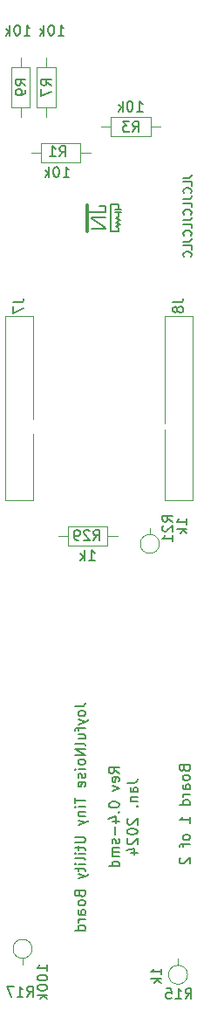
<source format=gbr>
%TF.GenerationSoftware,KiCad,Pcbnew,7.0.8*%
%TF.CreationDate,2024-02-10T19:54:04+11:00*%
%TF.ProjectId,JNTUB,4a4e5455-422e-46b6-9963-61645f706362,rev?*%
%TF.SameCoordinates,Original*%
%TF.FileFunction,Legend,Bot*%
%TF.FilePolarity,Positive*%
%FSLAX46Y46*%
G04 Gerber Fmt 4.6, Leading zero omitted, Abs format (unit mm)*
G04 Created by KiCad (PCBNEW 7.0.8) date 2024-02-10 19:54:04*
%MOMM*%
%LPD*%
G01*
G04 APERTURE LIST*
%ADD10C,0.150000*%
%ADD11C,0.200000*%
%ADD12C,0.300000*%
%ADD13C,0.120000*%
%ADD14R,1.800000X1.800000*%
%ADD15C,1.800000*%
%ADD16R,1.700000X1.700000*%
%ADD17O,1.700000X1.700000*%
%ADD18O,1.400000X1.400000*%
%ADD19C,1.400000*%
%ADD20C,3.000000*%
%ADD21C,2.000000*%
%ADD22C,2.100000*%
%ADD23O,2.500000X2.800000*%
%ADD24C,3.200000*%
G04 APERTURE END LIST*
D10*
X227660200Y-79679800D02*
X228219000Y-79679800D01*
X229489000Y-81838800D02*
X229489000Y-82194400D01*
X228219000Y-80314800D02*
X226441000Y-80314800D01*
D11*
X230338219Y-135652285D02*
X231052504Y-135652285D01*
X231052504Y-135652285D02*
X231195361Y-135604666D01*
X231195361Y-135604666D02*
X231290600Y-135509428D01*
X231290600Y-135509428D02*
X231338219Y-135366571D01*
X231338219Y-135366571D02*
X231338219Y-135271333D01*
X231338219Y-136557047D02*
X230814409Y-136557047D01*
X230814409Y-136557047D02*
X230719171Y-136509428D01*
X230719171Y-136509428D02*
X230671552Y-136414190D01*
X230671552Y-136414190D02*
X230671552Y-136223714D01*
X230671552Y-136223714D02*
X230719171Y-136128476D01*
X231290600Y-136557047D02*
X231338219Y-136461809D01*
X231338219Y-136461809D02*
X231338219Y-136223714D01*
X231338219Y-136223714D02*
X231290600Y-136128476D01*
X231290600Y-136128476D02*
X231195361Y-136080857D01*
X231195361Y-136080857D02*
X231100123Y-136080857D01*
X231100123Y-136080857D02*
X231004885Y-136128476D01*
X231004885Y-136128476D02*
X230957266Y-136223714D01*
X230957266Y-136223714D02*
X230957266Y-136461809D01*
X230957266Y-136461809D02*
X230909647Y-136557047D01*
X230671552Y-137033238D02*
X231338219Y-137033238D01*
X230766790Y-137033238D02*
X230719171Y-137080857D01*
X230719171Y-137080857D02*
X230671552Y-137176095D01*
X230671552Y-137176095D02*
X230671552Y-137318952D01*
X230671552Y-137318952D02*
X230719171Y-137414190D01*
X230719171Y-137414190D02*
X230814409Y-137461809D01*
X230814409Y-137461809D02*
X231338219Y-137461809D01*
X231242980Y-137938000D02*
X231290600Y-137985619D01*
X231290600Y-137985619D02*
X231338219Y-137938000D01*
X231338219Y-137938000D02*
X231290600Y-137890381D01*
X231290600Y-137890381D02*
X231242980Y-137938000D01*
X231242980Y-137938000D02*
X231338219Y-137938000D01*
X230433457Y-139128476D02*
X230385838Y-139176095D01*
X230385838Y-139176095D02*
X230338219Y-139271333D01*
X230338219Y-139271333D02*
X230338219Y-139509428D01*
X230338219Y-139509428D02*
X230385838Y-139604666D01*
X230385838Y-139604666D02*
X230433457Y-139652285D01*
X230433457Y-139652285D02*
X230528695Y-139699904D01*
X230528695Y-139699904D02*
X230623933Y-139699904D01*
X230623933Y-139699904D02*
X230766790Y-139652285D01*
X230766790Y-139652285D02*
X231338219Y-139080857D01*
X231338219Y-139080857D02*
X231338219Y-139699904D01*
X230338219Y-140318952D02*
X230338219Y-140414190D01*
X230338219Y-140414190D02*
X230385838Y-140509428D01*
X230385838Y-140509428D02*
X230433457Y-140557047D01*
X230433457Y-140557047D02*
X230528695Y-140604666D01*
X230528695Y-140604666D02*
X230719171Y-140652285D01*
X230719171Y-140652285D02*
X230957266Y-140652285D01*
X230957266Y-140652285D02*
X231147742Y-140604666D01*
X231147742Y-140604666D02*
X231242980Y-140557047D01*
X231242980Y-140557047D02*
X231290600Y-140509428D01*
X231290600Y-140509428D02*
X231338219Y-140414190D01*
X231338219Y-140414190D02*
X231338219Y-140318952D01*
X231338219Y-140318952D02*
X231290600Y-140223714D01*
X231290600Y-140223714D02*
X231242980Y-140176095D01*
X231242980Y-140176095D02*
X231147742Y-140128476D01*
X231147742Y-140128476D02*
X230957266Y-140080857D01*
X230957266Y-140080857D02*
X230719171Y-140080857D01*
X230719171Y-140080857D02*
X230528695Y-140128476D01*
X230528695Y-140128476D02*
X230433457Y-140176095D01*
X230433457Y-140176095D02*
X230385838Y-140223714D01*
X230385838Y-140223714D02*
X230338219Y-140318952D01*
X230433457Y-141033238D02*
X230385838Y-141080857D01*
X230385838Y-141080857D02*
X230338219Y-141176095D01*
X230338219Y-141176095D02*
X230338219Y-141414190D01*
X230338219Y-141414190D02*
X230385838Y-141509428D01*
X230385838Y-141509428D02*
X230433457Y-141557047D01*
X230433457Y-141557047D02*
X230528695Y-141604666D01*
X230528695Y-141604666D02*
X230623933Y-141604666D01*
X230623933Y-141604666D02*
X230766790Y-141557047D01*
X230766790Y-141557047D02*
X231338219Y-140985619D01*
X231338219Y-140985619D02*
X231338219Y-141604666D01*
X230671552Y-142461809D02*
X231338219Y-142461809D01*
X230290600Y-142223714D02*
X231004885Y-141985619D01*
X231004885Y-141985619D02*
X231004885Y-142604666D01*
X225258219Y-128223712D02*
X225972504Y-128223712D01*
X225972504Y-128223712D02*
X226115361Y-128176093D01*
X226115361Y-128176093D02*
X226210600Y-128080855D01*
X226210600Y-128080855D02*
X226258219Y-127937998D01*
X226258219Y-127937998D02*
X226258219Y-127842760D01*
X226258219Y-128842760D02*
X226210600Y-128747522D01*
X226210600Y-128747522D02*
X226162980Y-128699903D01*
X226162980Y-128699903D02*
X226067742Y-128652284D01*
X226067742Y-128652284D02*
X225782028Y-128652284D01*
X225782028Y-128652284D02*
X225686790Y-128699903D01*
X225686790Y-128699903D02*
X225639171Y-128747522D01*
X225639171Y-128747522D02*
X225591552Y-128842760D01*
X225591552Y-128842760D02*
X225591552Y-128985617D01*
X225591552Y-128985617D02*
X225639171Y-129080855D01*
X225639171Y-129080855D02*
X225686790Y-129128474D01*
X225686790Y-129128474D02*
X225782028Y-129176093D01*
X225782028Y-129176093D02*
X226067742Y-129176093D01*
X226067742Y-129176093D02*
X226162980Y-129128474D01*
X226162980Y-129128474D02*
X226210600Y-129080855D01*
X226210600Y-129080855D02*
X226258219Y-128985617D01*
X226258219Y-128985617D02*
X226258219Y-128842760D01*
X225591552Y-129509427D02*
X226258219Y-129747522D01*
X225591552Y-129985617D02*
X226258219Y-129747522D01*
X226258219Y-129747522D02*
X226496314Y-129652284D01*
X226496314Y-129652284D02*
X226543933Y-129604665D01*
X226543933Y-129604665D02*
X226591552Y-129509427D01*
X225591552Y-130223713D02*
X225591552Y-130604665D01*
X226258219Y-130366570D02*
X225401076Y-130366570D01*
X225401076Y-130366570D02*
X225305838Y-130414189D01*
X225305838Y-130414189D02*
X225258219Y-130509427D01*
X225258219Y-130509427D02*
X225258219Y-130604665D01*
X225591552Y-131366570D02*
X226258219Y-131366570D01*
X225591552Y-130937999D02*
X226115361Y-130937999D01*
X226115361Y-130937999D02*
X226210600Y-130985618D01*
X226210600Y-130985618D02*
X226258219Y-131080856D01*
X226258219Y-131080856D02*
X226258219Y-131223713D01*
X226258219Y-131223713D02*
X226210600Y-131318951D01*
X226210600Y-131318951D02*
X226162980Y-131366570D01*
X226258219Y-131985618D02*
X226210600Y-131890380D01*
X226210600Y-131890380D02*
X226115361Y-131842761D01*
X226115361Y-131842761D02*
X225258219Y-131842761D01*
X226258219Y-132366571D02*
X225258219Y-132366571D01*
X225258219Y-132366571D02*
X226258219Y-132937999D01*
X226258219Y-132937999D02*
X225258219Y-132937999D01*
X226258219Y-133557047D02*
X226210600Y-133461809D01*
X226210600Y-133461809D02*
X226162980Y-133414190D01*
X226162980Y-133414190D02*
X226067742Y-133366571D01*
X226067742Y-133366571D02*
X225782028Y-133366571D01*
X225782028Y-133366571D02*
X225686790Y-133414190D01*
X225686790Y-133414190D02*
X225639171Y-133461809D01*
X225639171Y-133461809D02*
X225591552Y-133557047D01*
X225591552Y-133557047D02*
X225591552Y-133699904D01*
X225591552Y-133699904D02*
X225639171Y-133795142D01*
X225639171Y-133795142D02*
X225686790Y-133842761D01*
X225686790Y-133842761D02*
X225782028Y-133890380D01*
X225782028Y-133890380D02*
X226067742Y-133890380D01*
X226067742Y-133890380D02*
X226162980Y-133842761D01*
X226162980Y-133842761D02*
X226210600Y-133795142D01*
X226210600Y-133795142D02*
X226258219Y-133699904D01*
X226258219Y-133699904D02*
X226258219Y-133557047D01*
X226258219Y-134318952D02*
X225591552Y-134318952D01*
X225258219Y-134318952D02*
X225305838Y-134271333D01*
X225305838Y-134271333D02*
X225353457Y-134318952D01*
X225353457Y-134318952D02*
X225305838Y-134366571D01*
X225305838Y-134366571D02*
X225258219Y-134318952D01*
X225258219Y-134318952D02*
X225353457Y-134318952D01*
X226210600Y-134747523D02*
X226258219Y-134842761D01*
X226258219Y-134842761D02*
X226258219Y-135033237D01*
X226258219Y-135033237D02*
X226210600Y-135128475D01*
X226210600Y-135128475D02*
X226115361Y-135176094D01*
X226115361Y-135176094D02*
X226067742Y-135176094D01*
X226067742Y-135176094D02*
X225972504Y-135128475D01*
X225972504Y-135128475D02*
X225924885Y-135033237D01*
X225924885Y-135033237D02*
X225924885Y-134890380D01*
X225924885Y-134890380D02*
X225877266Y-134795142D01*
X225877266Y-134795142D02*
X225782028Y-134747523D01*
X225782028Y-134747523D02*
X225734409Y-134747523D01*
X225734409Y-134747523D02*
X225639171Y-134795142D01*
X225639171Y-134795142D02*
X225591552Y-134890380D01*
X225591552Y-134890380D02*
X225591552Y-135033237D01*
X225591552Y-135033237D02*
X225639171Y-135128475D01*
X226210600Y-135985618D02*
X226258219Y-135890380D01*
X226258219Y-135890380D02*
X226258219Y-135699904D01*
X226258219Y-135699904D02*
X226210600Y-135604666D01*
X226210600Y-135604666D02*
X226115361Y-135557047D01*
X226115361Y-135557047D02*
X225734409Y-135557047D01*
X225734409Y-135557047D02*
X225639171Y-135604666D01*
X225639171Y-135604666D02*
X225591552Y-135699904D01*
X225591552Y-135699904D02*
X225591552Y-135890380D01*
X225591552Y-135890380D02*
X225639171Y-135985618D01*
X225639171Y-135985618D02*
X225734409Y-136033237D01*
X225734409Y-136033237D02*
X225829647Y-136033237D01*
X225829647Y-136033237D02*
X225924885Y-135557047D01*
X225258219Y-137080857D02*
X225258219Y-137652285D01*
X226258219Y-137366571D02*
X225258219Y-137366571D01*
X226258219Y-137985619D02*
X225591552Y-137985619D01*
X225258219Y-137985619D02*
X225305838Y-137938000D01*
X225305838Y-137938000D02*
X225353457Y-137985619D01*
X225353457Y-137985619D02*
X225305838Y-138033238D01*
X225305838Y-138033238D02*
X225258219Y-137985619D01*
X225258219Y-137985619D02*
X225353457Y-137985619D01*
X225591552Y-138461809D02*
X226258219Y-138461809D01*
X225686790Y-138461809D02*
X225639171Y-138509428D01*
X225639171Y-138509428D02*
X225591552Y-138604666D01*
X225591552Y-138604666D02*
X225591552Y-138747523D01*
X225591552Y-138747523D02*
X225639171Y-138842761D01*
X225639171Y-138842761D02*
X225734409Y-138890380D01*
X225734409Y-138890380D02*
X226258219Y-138890380D01*
X225591552Y-139271333D02*
X226258219Y-139509428D01*
X225591552Y-139747523D02*
X226258219Y-139509428D01*
X226258219Y-139509428D02*
X226496314Y-139414190D01*
X226496314Y-139414190D02*
X226543933Y-139366571D01*
X226543933Y-139366571D02*
X226591552Y-139271333D01*
X225258219Y-140890381D02*
X226067742Y-140890381D01*
X226067742Y-140890381D02*
X226162980Y-140938000D01*
X226162980Y-140938000D02*
X226210600Y-140985619D01*
X226210600Y-140985619D02*
X226258219Y-141080857D01*
X226258219Y-141080857D02*
X226258219Y-141271333D01*
X226258219Y-141271333D02*
X226210600Y-141366571D01*
X226210600Y-141366571D02*
X226162980Y-141414190D01*
X226162980Y-141414190D02*
X226067742Y-141461809D01*
X226067742Y-141461809D02*
X225258219Y-141461809D01*
X225591552Y-141795143D02*
X225591552Y-142176095D01*
X225258219Y-141938000D02*
X226115361Y-141938000D01*
X226115361Y-141938000D02*
X226210600Y-141985619D01*
X226210600Y-141985619D02*
X226258219Y-142080857D01*
X226258219Y-142080857D02*
X226258219Y-142176095D01*
X226258219Y-142509429D02*
X225591552Y-142509429D01*
X225258219Y-142509429D02*
X225305838Y-142461810D01*
X225305838Y-142461810D02*
X225353457Y-142509429D01*
X225353457Y-142509429D02*
X225305838Y-142557048D01*
X225305838Y-142557048D02*
X225258219Y-142509429D01*
X225258219Y-142509429D02*
X225353457Y-142509429D01*
X226258219Y-143128476D02*
X226210600Y-143033238D01*
X226210600Y-143033238D02*
X226115361Y-142985619D01*
X226115361Y-142985619D02*
X225258219Y-142985619D01*
X226258219Y-143509429D02*
X225591552Y-143509429D01*
X225258219Y-143509429D02*
X225305838Y-143461810D01*
X225305838Y-143461810D02*
X225353457Y-143509429D01*
X225353457Y-143509429D02*
X225305838Y-143557048D01*
X225305838Y-143557048D02*
X225258219Y-143509429D01*
X225258219Y-143509429D02*
X225353457Y-143509429D01*
X225591552Y-143842762D02*
X225591552Y-144223714D01*
X225258219Y-143985619D02*
X226115361Y-143985619D01*
X226115361Y-143985619D02*
X226210600Y-144033238D01*
X226210600Y-144033238D02*
X226258219Y-144128476D01*
X226258219Y-144128476D02*
X226258219Y-144223714D01*
X225591552Y-144461810D02*
X226258219Y-144699905D01*
X225591552Y-144938000D02*
X226258219Y-144699905D01*
X226258219Y-144699905D02*
X226496314Y-144604667D01*
X226496314Y-144604667D02*
X226543933Y-144557048D01*
X226543933Y-144557048D02*
X226591552Y-144461810D01*
X225734409Y-146414191D02*
X225782028Y-146557048D01*
X225782028Y-146557048D02*
X225829647Y-146604667D01*
X225829647Y-146604667D02*
X225924885Y-146652286D01*
X225924885Y-146652286D02*
X226067742Y-146652286D01*
X226067742Y-146652286D02*
X226162980Y-146604667D01*
X226162980Y-146604667D02*
X226210600Y-146557048D01*
X226210600Y-146557048D02*
X226258219Y-146461810D01*
X226258219Y-146461810D02*
X226258219Y-146080858D01*
X226258219Y-146080858D02*
X225258219Y-146080858D01*
X225258219Y-146080858D02*
X225258219Y-146414191D01*
X225258219Y-146414191D02*
X225305838Y-146509429D01*
X225305838Y-146509429D02*
X225353457Y-146557048D01*
X225353457Y-146557048D02*
X225448695Y-146604667D01*
X225448695Y-146604667D02*
X225543933Y-146604667D01*
X225543933Y-146604667D02*
X225639171Y-146557048D01*
X225639171Y-146557048D02*
X225686790Y-146509429D01*
X225686790Y-146509429D02*
X225734409Y-146414191D01*
X225734409Y-146414191D02*
X225734409Y-146080858D01*
X226258219Y-147223715D02*
X226210600Y-147128477D01*
X226210600Y-147128477D02*
X226162980Y-147080858D01*
X226162980Y-147080858D02*
X226067742Y-147033239D01*
X226067742Y-147033239D02*
X225782028Y-147033239D01*
X225782028Y-147033239D02*
X225686790Y-147080858D01*
X225686790Y-147080858D02*
X225639171Y-147128477D01*
X225639171Y-147128477D02*
X225591552Y-147223715D01*
X225591552Y-147223715D02*
X225591552Y-147366572D01*
X225591552Y-147366572D02*
X225639171Y-147461810D01*
X225639171Y-147461810D02*
X225686790Y-147509429D01*
X225686790Y-147509429D02*
X225782028Y-147557048D01*
X225782028Y-147557048D02*
X226067742Y-147557048D01*
X226067742Y-147557048D02*
X226162980Y-147509429D01*
X226162980Y-147509429D02*
X226210600Y-147461810D01*
X226210600Y-147461810D02*
X226258219Y-147366572D01*
X226258219Y-147366572D02*
X226258219Y-147223715D01*
X226258219Y-148414191D02*
X225734409Y-148414191D01*
X225734409Y-148414191D02*
X225639171Y-148366572D01*
X225639171Y-148366572D02*
X225591552Y-148271334D01*
X225591552Y-148271334D02*
X225591552Y-148080858D01*
X225591552Y-148080858D02*
X225639171Y-147985620D01*
X226210600Y-148414191D02*
X226258219Y-148318953D01*
X226258219Y-148318953D02*
X226258219Y-148080858D01*
X226258219Y-148080858D02*
X226210600Y-147985620D01*
X226210600Y-147985620D02*
X226115361Y-147938001D01*
X226115361Y-147938001D02*
X226020123Y-147938001D01*
X226020123Y-147938001D02*
X225924885Y-147985620D01*
X225924885Y-147985620D02*
X225877266Y-148080858D01*
X225877266Y-148080858D02*
X225877266Y-148318953D01*
X225877266Y-148318953D02*
X225829647Y-148414191D01*
X226258219Y-148890382D02*
X225591552Y-148890382D01*
X225782028Y-148890382D02*
X225686790Y-148938001D01*
X225686790Y-148938001D02*
X225639171Y-148985620D01*
X225639171Y-148985620D02*
X225591552Y-149080858D01*
X225591552Y-149080858D02*
X225591552Y-149176096D01*
X226258219Y-149938001D02*
X225258219Y-149938001D01*
X226210600Y-149938001D02*
X226258219Y-149842763D01*
X226258219Y-149842763D02*
X226258219Y-149652287D01*
X226258219Y-149652287D02*
X226210600Y-149557049D01*
X226210600Y-149557049D02*
X226162980Y-149509430D01*
X226162980Y-149509430D02*
X226067742Y-149461811D01*
X226067742Y-149461811D02*
X225782028Y-149461811D01*
X225782028Y-149461811D02*
X225686790Y-149509430D01*
X225686790Y-149509430D02*
X225639171Y-149557049D01*
X225639171Y-149557049D02*
X225591552Y-149652287D01*
X225591552Y-149652287D02*
X225591552Y-149842763D01*
X225591552Y-149842763D02*
X225639171Y-149938001D01*
X229560219Y-134723714D02*
X229084028Y-134390381D01*
X229560219Y-134152286D02*
X228560219Y-134152286D01*
X228560219Y-134152286D02*
X228560219Y-134533238D01*
X228560219Y-134533238D02*
X228607838Y-134628476D01*
X228607838Y-134628476D02*
X228655457Y-134676095D01*
X228655457Y-134676095D02*
X228750695Y-134723714D01*
X228750695Y-134723714D02*
X228893552Y-134723714D01*
X228893552Y-134723714D02*
X228988790Y-134676095D01*
X228988790Y-134676095D02*
X229036409Y-134628476D01*
X229036409Y-134628476D02*
X229084028Y-134533238D01*
X229084028Y-134533238D02*
X229084028Y-134152286D01*
X229512600Y-135533238D02*
X229560219Y-135438000D01*
X229560219Y-135438000D02*
X229560219Y-135247524D01*
X229560219Y-135247524D02*
X229512600Y-135152286D01*
X229512600Y-135152286D02*
X229417361Y-135104667D01*
X229417361Y-135104667D02*
X229036409Y-135104667D01*
X229036409Y-135104667D02*
X228941171Y-135152286D01*
X228941171Y-135152286D02*
X228893552Y-135247524D01*
X228893552Y-135247524D02*
X228893552Y-135438000D01*
X228893552Y-135438000D02*
X228941171Y-135533238D01*
X228941171Y-135533238D02*
X229036409Y-135580857D01*
X229036409Y-135580857D02*
X229131647Y-135580857D01*
X229131647Y-135580857D02*
X229226885Y-135104667D01*
X228893552Y-135914191D02*
X229560219Y-136152286D01*
X229560219Y-136152286D02*
X228893552Y-136390381D01*
X228560219Y-137723715D02*
X228560219Y-137818953D01*
X228560219Y-137818953D02*
X228607838Y-137914191D01*
X228607838Y-137914191D02*
X228655457Y-137961810D01*
X228655457Y-137961810D02*
X228750695Y-138009429D01*
X228750695Y-138009429D02*
X228941171Y-138057048D01*
X228941171Y-138057048D02*
X229179266Y-138057048D01*
X229179266Y-138057048D02*
X229369742Y-138009429D01*
X229369742Y-138009429D02*
X229464980Y-137961810D01*
X229464980Y-137961810D02*
X229512600Y-137914191D01*
X229512600Y-137914191D02*
X229560219Y-137818953D01*
X229560219Y-137818953D02*
X229560219Y-137723715D01*
X229560219Y-137723715D02*
X229512600Y-137628477D01*
X229512600Y-137628477D02*
X229464980Y-137580858D01*
X229464980Y-137580858D02*
X229369742Y-137533239D01*
X229369742Y-137533239D02*
X229179266Y-137485620D01*
X229179266Y-137485620D02*
X228941171Y-137485620D01*
X228941171Y-137485620D02*
X228750695Y-137533239D01*
X228750695Y-137533239D02*
X228655457Y-137580858D01*
X228655457Y-137580858D02*
X228607838Y-137628477D01*
X228607838Y-137628477D02*
X228560219Y-137723715D01*
X229464980Y-138485620D02*
X229512600Y-138533239D01*
X229512600Y-138533239D02*
X229560219Y-138485620D01*
X229560219Y-138485620D02*
X229512600Y-138438001D01*
X229512600Y-138438001D02*
X229464980Y-138485620D01*
X229464980Y-138485620D02*
X229560219Y-138485620D01*
X228893552Y-139390381D02*
X229560219Y-139390381D01*
X228512600Y-139152286D02*
X229226885Y-138914191D01*
X229226885Y-138914191D02*
X229226885Y-139533238D01*
X229179266Y-139914191D02*
X229179266Y-140676096D01*
X229512600Y-141104667D02*
X229560219Y-141199905D01*
X229560219Y-141199905D02*
X229560219Y-141390381D01*
X229560219Y-141390381D02*
X229512600Y-141485619D01*
X229512600Y-141485619D02*
X229417361Y-141533238D01*
X229417361Y-141533238D02*
X229369742Y-141533238D01*
X229369742Y-141533238D02*
X229274504Y-141485619D01*
X229274504Y-141485619D02*
X229226885Y-141390381D01*
X229226885Y-141390381D02*
X229226885Y-141247524D01*
X229226885Y-141247524D02*
X229179266Y-141152286D01*
X229179266Y-141152286D02*
X229084028Y-141104667D01*
X229084028Y-141104667D02*
X229036409Y-141104667D01*
X229036409Y-141104667D02*
X228941171Y-141152286D01*
X228941171Y-141152286D02*
X228893552Y-141247524D01*
X228893552Y-141247524D02*
X228893552Y-141390381D01*
X228893552Y-141390381D02*
X228941171Y-141485619D01*
X229560219Y-141961810D02*
X228893552Y-141961810D01*
X228988790Y-141961810D02*
X228941171Y-142009429D01*
X228941171Y-142009429D02*
X228893552Y-142104667D01*
X228893552Y-142104667D02*
X228893552Y-142247524D01*
X228893552Y-142247524D02*
X228941171Y-142342762D01*
X228941171Y-142342762D02*
X229036409Y-142390381D01*
X229036409Y-142390381D02*
X229560219Y-142390381D01*
X229036409Y-142390381D02*
X228941171Y-142438000D01*
X228941171Y-142438000D02*
X228893552Y-142533238D01*
X228893552Y-142533238D02*
X228893552Y-142676095D01*
X228893552Y-142676095D02*
X228941171Y-142771334D01*
X228941171Y-142771334D02*
X229036409Y-142818953D01*
X229036409Y-142818953D02*
X229560219Y-142818953D01*
X229560219Y-143723714D02*
X228560219Y-143723714D01*
X229512600Y-143723714D02*
X229560219Y-143628476D01*
X229560219Y-143628476D02*
X229560219Y-143438000D01*
X229560219Y-143438000D02*
X229512600Y-143342762D01*
X229512600Y-143342762D02*
X229464980Y-143295143D01*
X229464980Y-143295143D02*
X229369742Y-143247524D01*
X229369742Y-143247524D02*
X229084028Y-143247524D01*
X229084028Y-143247524D02*
X228988790Y-143295143D01*
X228988790Y-143295143D02*
X228941171Y-143342762D01*
X228941171Y-143342762D02*
X228893552Y-143438000D01*
X228893552Y-143438000D02*
X228893552Y-143628476D01*
X228893552Y-143628476D02*
X228941171Y-143723714D01*
X235894409Y-134255427D02*
X235942028Y-134398284D01*
X235942028Y-134398284D02*
X235989647Y-134445903D01*
X235989647Y-134445903D02*
X236084885Y-134493522D01*
X236084885Y-134493522D02*
X236227742Y-134493522D01*
X236227742Y-134493522D02*
X236322980Y-134445903D01*
X236322980Y-134445903D02*
X236370600Y-134398284D01*
X236370600Y-134398284D02*
X236418219Y-134303046D01*
X236418219Y-134303046D02*
X236418219Y-133922094D01*
X236418219Y-133922094D02*
X235418219Y-133922094D01*
X235418219Y-133922094D02*
X235418219Y-134255427D01*
X235418219Y-134255427D02*
X235465838Y-134350665D01*
X235465838Y-134350665D02*
X235513457Y-134398284D01*
X235513457Y-134398284D02*
X235608695Y-134445903D01*
X235608695Y-134445903D02*
X235703933Y-134445903D01*
X235703933Y-134445903D02*
X235799171Y-134398284D01*
X235799171Y-134398284D02*
X235846790Y-134350665D01*
X235846790Y-134350665D02*
X235894409Y-134255427D01*
X235894409Y-134255427D02*
X235894409Y-133922094D01*
X236418219Y-135064951D02*
X236370600Y-134969713D01*
X236370600Y-134969713D02*
X236322980Y-134922094D01*
X236322980Y-134922094D02*
X236227742Y-134874475D01*
X236227742Y-134874475D02*
X235942028Y-134874475D01*
X235942028Y-134874475D02*
X235846790Y-134922094D01*
X235846790Y-134922094D02*
X235799171Y-134969713D01*
X235799171Y-134969713D02*
X235751552Y-135064951D01*
X235751552Y-135064951D02*
X235751552Y-135207808D01*
X235751552Y-135207808D02*
X235799171Y-135303046D01*
X235799171Y-135303046D02*
X235846790Y-135350665D01*
X235846790Y-135350665D02*
X235942028Y-135398284D01*
X235942028Y-135398284D02*
X236227742Y-135398284D01*
X236227742Y-135398284D02*
X236322980Y-135350665D01*
X236322980Y-135350665D02*
X236370600Y-135303046D01*
X236370600Y-135303046D02*
X236418219Y-135207808D01*
X236418219Y-135207808D02*
X236418219Y-135064951D01*
X236418219Y-136255427D02*
X235894409Y-136255427D01*
X235894409Y-136255427D02*
X235799171Y-136207808D01*
X235799171Y-136207808D02*
X235751552Y-136112570D01*
X235751552Y-136112570D02*
X235751552Y-135922094D01*
X235751552Y-135922094D02*
X235799171Y-135826856D01*
X236370600Y-136255427D02*
X236418219Y-136160189D01*
X236418219Y-136160189D02*
X236418219Y-135922094D01*
X236418219Y-135922094D02*
X236370600Y-135826856D01*
X236370600Y-135826856D02*
X236275361Y-135779237D01*
X236275361Y-135779237D02*
X236180123Y-135779237D01*
X236180123Y-135779237D02*
X236084885Y-135826856D01*
X236084885Y-135826856D02*
X236037266Y-135922094D01*
X236037266Y-135922094D02*
X236037266Y-136160189D01*
X236037266Y-136160189D02*
X235989647Y-136255427D01*
X236418219Y-136731618D02*
X235751552Y-136731618D01*
X235942028Y-136731618D02*
X235846790Y-136779237D01*
X235846790Y-136779237D02*
X235799171Y-136826856D01*
X235799171Y-136826856D02*
X235751552Y-136922094D01*
X235751552Y-136922094D02*
X235751552Y-137017332D01*
X236418219Y-137779237D02*
X235418219Y-137779237D01*
X236370600Y-137779237D02*
X236418219Y-137683999D01*
X236418219Y-137683999D02*
X236418219Y-137493523D01*
X236418219Y-137493523D02*
X236370600Y-137398285D01*
X236370600Y-137398285D02*
X236322980Y-137350666D01*
X236322980Y-137350666D02*
X236227742Y-137303047D01*
X236227742Y-137303047D02*
X235942028Y-137303047D01*
X235942028Y-137303047D02*
X235846790Y-137350666D01*
X235846790Y-137350666D02*
X235799171Y-137398285D01*
X235799171Y-137398285D02*
X235751552Y-137493523D01*
X235751552Y-137493523D02*
X235751552Y-137683999D01*
X235751552Y-137683999D02*
X235799171Y-137779237D01*
X236418219Y-139541142D02*
X236418219Y-138969714D01*
X236418219Y-139255428D02*
X235418219Y-139255428D01*
X235418219Y-139255428D02*
X235561076Y-139160190D01*
X235561076Y-139160190D02*
X235656314Y-139064952D01*
X235656314Y-139064952D02*
X235703933Y-138969714D01*
X236418219Y-140874476D02*
X236370600Y-140779238D01*
X236370600Y-140779238D02*
X236322980Y-140731619D01*
X236322980Y-140731619D02*
X236227742Y-140684000D01*
X236227742Y-140684000D02*
X235942028Y-140684000D01*
X235942028Y-140684000D02*
X235846790Y-140731619D01*
X235846790Y-140731619D02*
X235799171Y-140779238D01*
X235799171Y-140779238D02*
X235751552Y-140874476D01*
X235751552Y-140874476D02*
X235751552Y-141017333D01*
X235751552Y-141017333D02*
X235799171Y-141112571D01*
X235799171Y-141112571D02*
X235846790Y-141160190D01*
X235846790Y-141160190D02*
X235942028Y-141207809D01*
X235942028Y-141207809D02*
X236227742Y-141207809D01*
X236227742Y-141207809D02*
X236322980Y-141160190D01*
X236322980Y-141160190D02*
X236370600Y-141112571D01*
X236370600Y-141112571D02*
X236418219Y-141017333D01*
X236418219Y-141017333D02*
X236418219Y-140874476D01*
X235751552Y-141493524D02*
X235751552Y-141874476D01*
X236418219Y-141636381D02*
X235561076Y-141636381D01*
X235561076Y-141636381D02*
X235465838Y-141684000D01*
X235465838Y-141684000D02*
X235418219Y-141779238D01*
X235418219Y-141779238D02*
X235418219Y-141874476D01*
X235513457Y-142922096D02*
X235465838Y-142969715D01*
X235465838Y-142969715D02*
X235418219Y-143064953D01*
X235418219Y-143064953D02*
X235418219Y-143303048D01*
X235418219Y-143303048D02*
X235465838Y-143398286D01*
X235465838Y-143398286D02*
X235513457Y-143445905D01*
X235513457Y-143445905D02*
X235608695Y-143493524D01*
X235608695Y-143493524D02*
X235703933Y-143493524D01*
X235703933Y-143493524D02*
X235846790Y-143445905D01*
X235846790Y-143445905D02*
X236418219Y-142874477D01*
X236418219Y-142874477D02*
X236418219Y-143493524D01*
D10*
X235782295Y-76971731D02*
X236353723Y-76971731D01*
X236353723Y-76971731D02*
X236468009Y-76933636D01*
X236468009Y-76933636D02*
X236544200Y-76857445D01*
X236544200Y-76857445D02*
X236582295Y-76743160D01*
X236582295Y-76743160D02*
X236582295Y-76666969D01*
X236582295Y-77733636D02*
X236582295Y-77352684D01*
X236582295Y-77352684D02*
X235782295Y-77352684D01*
X236506104Y-78457446D02*
X236544200Y-78419350D01*
X236544200Y-78419350D02*
X236582295Y-78305065D01*
X236582295Y-78305065D02*
X236582295Y-78228874D01*
X236582295Y-78228874D02*
X236544200Y-78114588D01*
X236544200Y-78114588D02*
X236468009Y-78038398D01*
X236468009Y-78038398D02*
X236391819Y-78000303D01*
X236391819Y-78000303D02*
X236239438Y-77962207D01*
X236239438Y-77962207D02*
X236125152Y-77962207D01*
X236125152Y-77962207D02*
X235972771Y-78000303D01*
X235972771Y-78000303D02*
X235896580Y-78038398D01*
X235896580Y-78038398D02*
X235820390Y-78114588D01*
X235820390Y-78114588D02*
X235782295Y-78228874D01*
X235782295Y-78228874D02*
X235782295Y-78305065D01*
X235782295Y-78305065D02*
X235820390Y-78419350D01*
X235820390Y-78419350D02*
X235858485Y-78457446D01*
X235782295Y-79028874D02*
X236353723Y-79028874D01*
X236353723Y-79028874D02*
X236468009Y-78990779D01*
X236468009Y-78990779D02*
X236544200Y-78914588D01*
X236544200Y-78914588D02*
X236582295Y-78800303D01*
X236582295Y-78800303D02*
X236582295Y-78724112D01*
X236582295Y-79790779D02*
X236582295Y-79409827D01*
X236582295Y-79409827D02*
X235782295Y-79409827D01*
X236506104Y-80514589D02*
X236544200Y-80476493D01*
X236544200Y-80476493D02*
X236582295Y-80362208D01*
X236582295Y-80362208D02*
X236582295Y-80286017D01*
X236582295Y-80286017D02*
X236544200Y-80171731D01*
X236544200Y-80171731D02*
X236468009Y-80095541D01*
X236468009Y-80095541D02*
X236391819Y-80057446D01*
X236391819Y-80057446D02*
X236239438Y-80019350D01*
X236239438Y-80019350D02*
X236125152Y-80019350D01*
X236125152Y-80019350D02*
X235972771Y-80057446D01*
X235972771Y-80057446D02*
X235896580Y-80095541D01*
X235896580Y-80095541D02*
X235820390Y-80171731D01*
X235820390Y-80171731D02*
X235782295Y-80286017D01*
X235782295Y-80286017D02*
X235782295Y-80362208D01*
X235782295Y-80362208D02*
X235820390Y-80476493D01*
X235820390Y-80476493D02*
X235858485Y-80514589D01*
X235782295Y-81086017D02*
X236353723Y-81086017D01*
X236353723Y-81086017D02*
X236468009Y-81047922D01*
X236468009Y-81047922D02*
X236544200Y-80971731D01*
X236544200Y-80971731D02*
X236582295Y-80857446D01*
X236582295Y-80857446D02*
X236582295Y-80781255D01*
X236582295Y-81847922D02*
X236582295Y-81466970D01*
X236582295Y-81466970D02*
X235782295Y-81466970D01*
X236506104Y-82571732D02*
X236544200Y-82533636D01*
X236544200Y-82533636D02*
X236582295Y-82419351D01*
X236582295Y-82419351D02*
X236582295Y-82343160D01*
X236582295Y-82343160D02*
X236544200Y-82228874D01*
X236544200Y-82228874D02*
X236468009Y-82152684D01*
X236468009Y-82152684D02*
X236391819Y-82114589D01*
X236391819Y-82114589D02*
X236239438Y-82076493D01*
X236239438Y-82076493D02*
X236125152Y-82076493D01*
X236125152Y-82076493D02*
X235972771Y-82114589D01*
X235972771Y-82114589D02*
X235896580Y-82152684D01*
X235896580Y-82152684D02*
X235820390Y-82228874D01*
X235820390Y-82228874D02*
X235782295Y-82343160D01*
X235782295Y-82343160D02*
X235782295Y-82419351D01*
X235782295Y-82419351D02*
X235820390Y-82533636D01*
X235820390Y-82533636D02*
X235858485Y-82571732D01*
X235782295Y-83143160D02*
X236353723Y-83143160D01*
X236353723Y-83143160D02*
X236468009Y-83105065D01*
X236468009Y-83105065D02*
X236544200Y-83028874D01*
X236544200Y-83028874D02*
X236582295Y-82914589D01*
X236582295Y-82914589D02*
X236582295Y-82838398D01*
X236582295Y-83905065D02*
X236582295Y-83524113D01*
X236582295Y-83524113D02*
X235782295Y-83524113D01*
X236506104Y-84628875D02*
X236544200Y-84590779D01*
X236544200Y-84590779D02*
X236582295Y-84476494D01*
X236582295Y-84476494D02*
X236582295Y-84400303D01*
X236582295Y-84400303D02*
X236544200Y-84286017D01*
X236544200Y-84286017D02*
X236468009Y-84209827D01*
X236468009Y-84209827D02*
X236391819Y-84171732D01*
X236391819Y-84171732D02*
X236239438Y-84133636D01*
X236239438Y-84133636D02*
X236125152Y-84133636D01*
X236125152Y-84133636D02*
X235972771Y-84171732D01*
X235972771Y-84171732D02*
X235896580Y-84209827D01*
X235896580Y-84209827D02*
X235820390Y-84286017D01*
X235820390Y-84286017D02*
X235782295Y-84400303D01*
X235782295Y-84400303D02*
X235782295Y-84476494D01*
X235782295Y-84476494D02*
X235820390Y-84590779D01*
X235820390Y-84590779D02*
X235858485Y-84628875D01*
X228727000Y-79552800D02*
X229489000Y-79552800D01*
X226898200Y-80873600D02*
X228219000Y-81838800D01*
X228219000Y-81940400D02*
X226898200Y-81940400D01*
X228727000Y-82194400D02*
X229489000Y-82194400D01*
X229489000Y-80010000D02*
X229184200Y-80010000D01*
X229235000Y-81686400D02*
X229489000Y-81838800D01*
X228219000Y-80772000D02*
X226898200Y-80772000D01*
X229489000Y-80010000D02*
X229793800Y-80010000D01*
X228219000Y-79679800D02*
X228219000Y-80314800D01*
D12*
X226491800Y-79654400D02*
X226491800Y-82194400D01*
D10*
X229489000Y-79552800D02*
X229489000Y-80010000D01*
X228219000Y-81838800D02*
X228219000Y-81940400D01*
X229489000Y-80721200D02*
X229235000Y-80873600D01*
X229235000Y-81280000D02*
X229641400Y-81483200D01*
X229235000Y-80873600D02*
X229641400Y-81076800D01*
X229641400Y-81483200D02*
X229235000Y-81686400D01*
X226898200Y-80772000D02*
X226898200Y-80873600D01*
X228727000Y-79552800D02*
X228727000Y-82194400D01*
X229641400Y-81076800D02*
X229235000Y-81280000D01*
X229489000Y-80314800D02*
X229489000Y-80721200D01*
X229184200Y-80314800D02*
X229793800Y-80314800D01*
X219291819Y-89030666D02*
X220006104Y-89030666D01*
X220006104Y-89030666D02*
X220148961Y-88983047D01*
X220148961Y-88983047D02*
X220244200Y-88887809D01*
X220244200Y-88887809D02*
X220291819Y-88744952D01*
X220291819Y-88744952D02*
X220291819Y-88649714D01*
X219291819Y-89411619D02*
X219291819Y-90078285D01*
X219291819Y-90078285D02*
X220291819Y-89649714D01*
X222994819Y-68013333D02*
X222518628Y-67680000D01*
X222994819Y-67441905D02*
X221994819Y-67441905D01*
X221994819Y-67441905D02*
X221994819Y-67822857D01*
X221994819Y-67822857D02*
X222042438Y-67918095D01*
X222042438Y-67918095D02*
X222090057Y-67965714D01*
X222090057Y-67965714D02*
X222185295Y-68013333D01*
X222185295Y-68013333D02*
X222328152Y-68013333D01*
X222328152Y-68013333D02*
X222423390Y-67965714D01*
X222423390Y-67965714D02*
X222471009Y-67918095D01*
X222471009Y-67918095D02*
X222518628Y-67822857D01*
X222518628Y-67822857D02*
X222518628Y-67441905D01*
X221994819Y-68346667D02*
X221994819Y-69013333D01*
X221994819Y-69013333D02*
X222994819Y-68584762D01*
X223633238Y-63155819D02*
X224204666Y-63155819D01*
X223918952Y-63155819D02*
X223918952Y-62155819D01*
X223918952Y-62155819D02*
X224014190Y-62298676D01*
X224014190Y-62298676D02*
X224109428Y-62393914D01*
X224109428Y-62393914D02*
X224204666Y-62441533D01*
X223014190Y-62155819D02*
X222918952Y-62155819D01*
X222918952Y-62155819D02*
X222823714Y-62203438D01*
X222823714Y-62203438D02*
X222776095Y-62251057D01*
X222776095Y-62251057D02*
X222728476Y-62346295D01*
X222728476Y-62346295D02*
X222680857Y-62536771D01*
X222680857Y-62536771D02*
X222680857Y-62774866D01*
X222680857Y-62774866D02*
X222728476Y-62965342D01*
X222728476Y-62965342D02*
X222776095Y-63060580D01*
X222776095Y-63060580D02*
X222823714Y-63108200D01*
X222823714Y-63108200D02*
X222918952Y-63155819D01*
X222918952Y-63155819D02*
X223014190Y-63155819D01*
X223014190Y-63155819D02*
X223109428Y-63108200D01*
X223109428Y-63108200D02*
X223157047Y-63060580D01*
X223157047Y-63060580D02*
X223204666Y-62965342D01*
X223204666Y-62965342D02*
X223252285Y-62774866D01*
X223252285Y-62774866D02*
X223252285Y-62536771D01*
X223252285Y-62536771D02*
X223204666Y-62346295D01*
X223204666Y-62346295D02*
X223157047Y-62251057D01*
X223157047Y-62251057D02*
X223109428Y-62203438D01*
X223109428Y-62203438D02*
X223014190Y-62155819D01*
X222252285Y-63155819D02*
X222252285Y-62155819D01*
X222157047Y-62774866D02*
X221871333Y-63155819D01*
X221871333Y-62489152D02*
X222252285Y-62870104D01*
X227072857Y-112124819D02*
X227406190Y-111648628D01*
X227644285Y-112124819D02*
X227644285Y-111124819D01*
X227644285Y-111124819D02*
X227263333Y-111124819D01*
X227263333Y-111124819D02*
X227168095Y-111172438D01*
X227168095Y-111172438D02*
X227120476Y-111220057D01*
X227120476Y-111220057D02*
X227072857Y-111315295D01*
X227072857Y-111315295D02*
X227072857Y-111458152D01*
X227072857Y-111458152D02*
X227120476Y-111553390D01*
X227120476Y-111553390D02*
X227168095Y-111601009D01*
X227168095Y-111601009D02*
X227263333Y-111648628D01*
X227263333Y-111648628D02*
X227644285Y-111648628D01*
X226691904Y-111220057D02*
X226644285Y-111172438D01*
X226644285Y-111172438D02*
X226549047Y-111124819D01*
X226549047Y-111124819D02*
X226310952Y-111124819D01*
X226310952Y-111124819D02*
X226215714Y-111172438D01*
X226215714Y-111172438D02*
X226168095Y-111220057D01*
X226168095Y-111220057D02*
X226120476Y-111315295D01*
X226120476Y-111315295D02*
X226120476Y-111410533D01*
X226120476Y-111410533D02*
X226168095Y-111553390D01*
X226168095Y-111553390D02*
X226739523Y-112124819D01*
X226739523Y-112124819D02*
X226120476Y-112124819D01*
X225644285Y-112124819D02*
X225453809Y-112124819D01*
X225453809Y-112124819D02*
X225358571Y-112077200D01*
X225358571Y-112077200D02*
X225310952Y-112029580D01*
X225310952Y-112029580D02*
X225215714Y-111886723D01*
X225215714Y-111886723D02*
X225168095Y-111696247D01*
X225168095Y-111696247D02*
X225168095Y-111315295D01*
X225168095Y-111315295D02*
X225215714Y-111220057D01*
X225215714Y-111220057D02*
X225263333Y-111172438D01*
X225263333Y-111172438D02*
X225358571Y-111124819D01*
X225358571Y-111124819D02*
X225549047Y-111124819D01*
X225549047Y-111124819D02*
X225644285Y-111172438D01*
X225644285Y-111172438D02*
X225691904Y-111220057D01*
X225691904Y-111220057D02*
X225739523Y-111315295D01*
X225739523Y-111315295D02*
X225739523Y-111553390D01*
X225739523Y-111553390D02*
X225691904Y-111648628D01*
X225691904Y-111648628D02*
X225644285Y-111696247D01*
X225644285Y-111696247D02*
X225549047Y-111743866D01*
X225549047Y-111743866D02*
X225358571Y-111743866D01*
X225358571Y-111743866D02*
X225263333Y-111696247D01*
X225263333Y-111696247D02*
X225215714Y-111648628D01*
X225215714Y-111648628D02*
X225168095Y-111553390D01*
X226629047Y-114094819D02*
X227200475Y-114094819D01*
X226914761Y-114094819D02*
X226914761Y-113094819D01*
X226914761Y-113094819D02*
X227009999Y-113237676D01*
X227009999Y-113237676D02*
X227105237Y-113332914D01*
X227105237Y-113332914D02*
X227200475Y-113380533D01*
X226200475Y-114094819D02*
X226200475Y-113094819D01*
X226105237Y-113713866D02*
X225819523Y-114094819D01*
X225819523Y-113428152D02*
X226200475Y-113809104D01*
X234785819Y-89030666D02*
X235500104Y-89030666D01*
X235500104Y-89030666D02*
X235642961Y-88983047D01*
X235642961Y-88983047D02*
X235738200Y-88887809D01*
X235738200Y-88887809D02*
X235785819Y-88744952D01*
X235785819Y-88744952D02*
X235785819Y-88649714D01*
X235214390Y-89649714D02*
X235166771Y-89554476D01*
X235166771Y-89554476D02*
X235119152Y-89506857D01*
X235119152Y-89506857D02*
X235023914Y-89459238D01*
X235023914Y-89459238D02*
X234976295Y-89459238D01*
X234976295Y-89459238D02*
X234881057Y-89506857D01*
X234881057Y-89506857D02*
X234833438Y-89554476D01*
X234833438Y-89554476D02*
X234785819Y-89649714D01*
X234785819Y-89649714D02*
X234785819Y-89840190D01*
X234785819Y-89840190D02*
X234833438Y-89935428D01*
X234833438Y-89935428D02*
X234881057Y-89983047D01*
X234881057Y-89983047D02*
X234976295Y-90030666D01*
X234976295Y-90030666D02*
X235023914Y-90030666D01*
X235023914Y-90030666D02*
X235119152Y-89983047D01*
X235119152Y-89983047D02*
X235166771Y-89935428D01*
X235166771Y-89935428D02*
X235214390Y-89840190D01*
X235214390Y-89840190D02*
X235214390Y-89649714D01*
X235214390Y-89649714D02*
X235262009Y-89554476D01*
X235262009Y-89554476D02*
X235309628Y-89506857D01*
X235309628Y-89506857D02*
X235404866Y-89459238D01*
X235404866Y-89459238D02*
X235595342Y-89459238D01*
X235595342Y-89459238D02*
X235690580Y-89506857D01*
X235690580Y-89506857D02*
X235738200Y-89554476D01*
X235738200Y-89554476D02*
X235785819Y-89649714D01*
X235785819Y-89649714D02*
X235785819Y-89840190D01*
X235785819Y-89840190D02*
X235738200Y-89935428D01*
X235738200Y-89935428D02*
X235690580Y-89983047D01*
X235690580Y-89983047D02*
X235595342Y-90030666D01*
X235595342Y-90030666D02*
X235404866Y-90030666D01*
X235404866Y-90030666D02*
X235309628Y-89983047D01*
X235309628Y-89983047D02*
X235262009Y-89935428D01*
X235262009Y-89935428D02*
X235214390Y-89840190D01*
X230886666Y-72514819D02*
X231219999Y-72038628D01*
X231458094Y-72514819D02*
X231458094Y-71514819D01*
X231458094Y-71514819D02*
X231077142Y-71514819D01*
X231077142Y-71514819D02*
X230981904Y-71562438D01*
X230981904Y-71562438D02*
X230934285Y-71610057D01*
X230934285Y-71610057D02*
X230886666Y-71705295D01*
X230886666Y-71705295D02*
X230886666Y-71848152D01*
X230886666Y-71848152D02*
X230934285Y-71943390D01*
X230934285Y-71943390D02*
X230981904Y-71991009D01*
X230981904Y-71991009D02*
X231077142Y-72038628D01*
X231077142Y-72038628D02*
X231458094Y-72038628D01*
X230553332Y-71514819D02*
X229934285Y-71514819D01*
X229934285Y-71514819D02*
X230267618Y-71895771D01*
X230267618Y-71895771D02*
X230124761Y-71895771D01*
X230124761Y-71895771D02*
X230029523Y-71943390D01*
X230029523Y-71943390D02*
X229981904Y-71991009D01*
X229981904Y-71991009D02*
X229934285Y-72086247D01*
X229934285Y-72086247D02*
X229934285Y-72324342D01*
X229934285Y-72324342D02*
X229981904Y-72419580D01*
X229981904Y-72419580D02*
X230029523Y-72467200D01*
X230029523Y-72467200D02*
X230124761Y-72514819D01*
X230124761Y-72514819D02*
X230410475Y-72514819D01*
X230410475Y-72514819D02*
X230505713Y-72467200D01*
X230505713Y-72467200D02*
X230553332Y-72419580D01*
X231275238Y-70524819D02*
X231846666Y-70524819D01*
X231560952Y-70524819D02*
X231560952Y-69524819D01*
X231560952Y-69524819D02*
X231656190Y-69667676D01*
X231656190Y-69667676D02*
X231751428Y-69762914D01*
X231751428Y-69762914D02*
X231846666Y-69810533D01*
X230656190Y-69524819D02*
X230560952Y-69524819D01*
X230560952Y-69524819D02*
X230465714Y-69572438D01*
X230465714Y-69572438D02*
X230418095Y-69620057D01*
X230418095Y-69620057D02*
X230370476Y-69715295D01*
X230370476Y-69715295D02*
X230322857Y-69905771D01*
X230322857Y-69905771D02*
X230322857Y-70143866D01*
X230322857Y-70143866D02*
X230370476Y-70334342D01*
X230370476Y-70334342D02*
X230418095Y-70429580D01*
X230418095Y-70429580D02*
X230465714Y-70477200D01*
X230465714Y-70477200D02*
X230560952Y-70524819D01*
X230560952Y-70524819D02*
X230656190Y-70524819D01*
X230656190Y-70524819D02*
X230751428Y-70477200D01*
X230751428Y-70477200D02*
X230799047Y-70429580D01*
X230799047Y-70429580D02*
X230846666Y-70334342D01*
X230846666Y-70334342D02*
X230894285Y-70143866D01*
X230894285Y-70143866D02*
X230894285Y-69905771D01*
X230894285Y-69905771D02*
X230846666Y-69715295D01*
X230846666Y-69715295D02*
X230799047Y-69620057D01*
X230799047Y-69620057D02*
X230751428Y-69572438D01*
X230751428Y-69572438D02*
X230656190Y-69524819D01*
X229894285Y-70524819D02*
X229894285Y-69524819D01*
X229799047Y-70143866D02*
X229513333Y-70524819D01*
X229513333Y-69858152D02*
X229894285Y-70239104D01*
X223776666Y-74894819D02*
X224109999Y-74418628D01*
X224348094Y-74894819D02*
X224348094Y-73894819D01*
X224348094Y-73894819D02*
X223967142Y-73894819D01*
X223967142Y-73894819D02*
X223871904Y-73942438D01*
X223871904Y-73942438D02*
X223824285Y-73990057D01*
X223824285Y-73990057D02*
X223776666Y-74085295D01*
X223776666Y-74085295D02*
X223776666Y-74228152D01*
X223776666Y-74228152D02*
X223824285Y-74323390D01*
X223824285Y-74323390D02*
X223871904Y-74371009D01*
X223871904Y-74371009D02*
X223967142Y-74418628D01*
X223967142Y-74418628D02*
X224348094Y-74418628D01*
X222824285Y-74894819D02*
X223395713Y-74894819D01*
X223109999Y-74894819D02*
X223109999Y-73894819D01*
X223109999Y-73894819D02*
X223205237Y-74037676D01*
X223205237Y-74037676D02*
X223300475Y-74132914D01*
X223300475Y-74132914D02*
X223395713Y-74180533D01*
X224128238Y-76890819D02*
X224699666Y-76890819D01*
X224413952Y-76890819D02*
X224413952Y-75890819D01*
X224413952Y-75890819D02*
X224509190Y-76033676D01*
X224509190Y-76033676D02*
X224604428Y-76128914D01*
X224604428Y-76128914D02*
X224699666Y-76176533D01*
X223509190Y-75890819D02*
X223413952Y-75890819D01*
X223413952Y-75890819D02*
X223318714Y-75938438D01*
X223318714Y-75938438D02*
X223271095Y-75986057D01*
X223271095Y-75986057D02*
X223223476Y-76081295D01*
X223223476Y-76081295D02*
X223175857Y-76271771D01*
X223175857Y-76271771D02*
X223175857Y-76509866D01*
X223175857Y-76509866D02*
X223223476Y-76700342D01*
X223223476Y-76700342D02*
X223271095Y-76795580D01*
X223271095Y-76795580D02*
X223318714Y-76843200D01*
X223318714Y-76843200D02*
X223413952Y-76890819D01*
X223413952Y-76890819D02*
X223509190Y-76890819D01*
X223509190Y-76890819D02*
X223604428Y-76843200D01*
X223604428Y-76843200D02*
X223652047Y-76795580D01*
X223652047Y-76795580D02*
X223699666Y-76700342D01*
X223699666Y-76700342D02*
X223747285Y-76509866D01*
X223747285Y-76509866D02*
X223747285Y-76271771D01*
X223747285Y-76271771D02*
X223699666Y-76081295D01*
X223699666Y-76081295D02*
X223652047Y-75986057D01*
X223652047Y-75986057D02*
X223604428Y-75938438D01*
X223604428Y-75938438D02*
X223509190Y-75890819D01*
X222747285Y-76890819D02*
X222747285Y-75890819D01*
X222652047Y-76509866D02*
X222366333Y-76890819D01*
X222366333Y-76224152D02*
X222747285Y-76605104D01*
X220484819Y-67983333D02*
X220008628Y-67650000D01*
X220484819Y-67411905D02*
X219484819Y-67411905D01*
X219484819Y-67411905D02*
X219484819Y-67792857D01*
X219484819Y-67792857D02*
X219532438Y-67888095D01*
X219532438Y-67888095D02*
X219580057Y-67935714D01*
X219580057Y-67935714D02*
X219675295Y-67983333D01*
X219675295Y-67983333D02*
X219818152Y-67983333D01*
X219818152Y-67983333D02*
X219913390Y-67935714D01*
X219913390Y-67935714D02*
X219961009Y-67888095D01*
X219961009Y-67888095D02*
X220008628Y-67792857D01*
X220008628Y-67792857D02*
X220008628Y-67411905D01*
X220484819Y-68459524D02*
X220484819Y-68650000D01*
X220484819Y-68650000D02*
X220437200Y-68745238D01*
X220437200Y-68745238D02*
X220389580Y-68792857D01*
X220389580Y-68792857D02*
X220246723Y-68888095D01*
X220246723Y-68888095D02*
X220056247Y-68935714D01*
X220056247Y-68935714D02*
X219675295Y-68935714D01*
X219675295Y-68935714D02*
X219580057Y-68888095D01*
X219580057Y-68888095D02*
X219532438Y-68840476D01*
X219532438Y-68840476D02*
X219484819Y-68745238D01*
X219484819Y-68745238D02*
X219484819Y-68554762D01*
X219484819Y-68554762D02*
X219532438Y-68459524D01*
X219532438Y-68459524D02*
X219580057Y-68411905D01*
X219580057Y-68411905D02*
X219675295Y-68364286D01*
X219675295Y-68364286D02*
X219913390Y-68364286D01*
X219913390Y-68364286D02*
X220008628Y-68411905D01*
X220008628Y-68411905D02*
X220056247Y-68459524D01*
X220056247Y-68459524D02*
X220103866Y-68554762D01*
X220103866Y-68554762D02*
X220103866Y-68745238D01*
X220103866Y-68745238D02*
X220056247Y-68840476D01*
X220056247Y-68840476D02*
X220008628Y-68888095D01*
X220008628Y-68888095D02*
X219913390Y-68935714D01*
X220333238Y-63155819D02*
X220904666Y-63155819D01*
X220618952Y-63155819D02*
X220618952Y-62155819D01*
X220618952Y-62155819D02*
X220714190Y-62298676D01*
X220714190Y-62298676D02*
X220809428Y-62393914D01*
X220809428Y-62393914D02*
X220904666Y-62441533D01*
X219714190Y-62155819D02*
X219618952Y-62155819D01*
X219618952Y-62155819D02*
X219523714Y-62203438D01*
X219523714Y-62203438D02*
X219476095Y-62251057D01*
X219476095Y-62251057D02*
X219428476Y-62346295D01*
X219428476Y-62346295D02*
X219380857Y-62536771D01*
X219380857Y-62536771D02*
X219380857Y-62774866D01*
X219380857Y-62774866D02*
X219428476Y-62965342D01*
X219428476Y-62965342D02*
X219476095Y-63060580D01*
X219476095Y-63060580D02*
X219523714Y-63108200D01*
X219523714Y-63108200D02*
X219618952Y-63155819D01*
X219618952Y-63155819D02*
X219714190Y-63155819D01*
X219714190Y-63155819D02*
X219809428Y-63108200D01*
X219809428Y-63108200D02*
X219857047Y-63060580D01*
X219857047Y-63060580D02*
X219904666Y-62965342D01*
X219904666Y-62965342D02*
X219952285Y-62774866D01*
X219952285Y-62774866D02*
X219952285Y-62536771D01*
X219952285Y-62536771D02*
X219904666Y-62346295D01*
X219904666Y-62346295D02*
X219857047Y-62251057D01*
X219857047Y-62251057D02*
X219809428Y-62203438D01*
X219809428Y-62203438D02*
X219714190Y-62155819D01*
X218952285Y-63155819D02*
X218952285Y-62155819D01*
X218857047Y-62774866D02*
X218571333Y-63155819D01*
X218571333Y-62489152D02*
X218952285Y-62870104D01*
X235992857Y-156574819D02*
X236326190Y-156098628D01*
X236564285Y-156574819D02*
X236564285Y-155574819D01*
X236564285Y-155574819D02*
X236183333Y-155574819D01*
X236183333Y-155574819D02*
X236088095Y-155622438D01*
X236088095Y-155622438D02*
X236040476Y-155670057D01*
X236040476Y-155670057D02*
X235992857Y-155765295D01*
X235992857Y-155765295D02*
X235992857Y-155908152D01*
X235992857Y-155908152D02*
X236040476Y-156003390D01*
X236040476Y-156003390D02*
X236088095Y-156051009D01*
X236088095Y-156051009D02*
X236183333Y-156098628D01*
X236183333Y-156098628D02*
X236564285Y-156098628D01*
X235040476Y-156574819D02*
X235611904Y-156574819D01*
X235326190Y-156574819D02*
X235326190Y-155574819D01*
X235326190Y-155574819D02*
X235421428Y-155717676D01*
X235421428Y-155717676D02*
X235516666Y-155812914D01*
X235516666Y-155812914D02*
X235611904Y-155860533D01*
X234135714Y-155574819D02*
X234611904Y-155574819D01*
X234611904Y-155574819D02*
X234659523Y-156051009D01*
X234659523Y-156051009D02*
X234611904Y-156003390D01*
X234611904Y-156003390D02*
X234516666Y-155955771D01*
X234516666Y-155955771D02*
X234278571Y-155955771D01*
X234278571Y-155955771D02*
X234183333Y-156003390D01*
X234183333Y-156003390D02*
X234135714Y-156051009D01*
X234135714Y-156051009D02*
X234088095Y-156146247D01*
X234088095Y-156146247D02*
X234088095Y-156384342D01*
X234088095Y-156384342D02*
X234135714Y-156479580D01*
X234135714Y-156479580D02*
X234183333Y-156527200D01*
X234183333Y-156527200D02*
X234278571Y-156574819D01*
X234278571Y-156574819D02*
X234516666Y-156574819D01*
X234516666Y-156574819D02*
X234611904Y-156527200D01*
X234611904Y-156527200D02*
X234659523Y-156479580D01*
X233648819Y-154237952D02*
X233648819Y-153666524D01*
X233648819Y-153952238D02*
X232648819Y-153952238D01*
X232648819Y-153952238D02*
X232791676Y-153857000D01*
X232791676Y-153857000D02*
X232886914Y-153761762D01*
X232886914Y-153761762D02*
X232934533Y-153666524D01*
X233648819Y-154666524D02*
X232648819Y-154666524D01*
X233267866Y-154761762D02*
X233648819Y-155047476D01*
X232982152Y-155047476D02*
X233363104Y-154666524D01*
X220612857Y-156384819D02*
X220946190Y-155908628D01*
X221184285Y-156384819D02*
X221184285Y-155384819D01*
X221184285Y-155384819D02*
X220803333Y-155384819D01*
X220803333Y-155384819D02*
X220708095Y-155432438D01*
X220708095Y-155432438D02*
X220660476Y-155480057D01*
X220660476Y-155480057D02*
X220612857Y-155575295D01*
X220612857Y-155575295D02*
X220612857Y-155718152D01*
X220612857Y-155718152D02*
X220660476Y-155813390D01*
X220660476Y-155813390D02*
X220708095Y-155861009D01*
X220708095Y-155861009D02*
X220803333Y-155908628D01*
X220803333Y-155908628D02*
X221184285Y-155908628D01*
X219660476Y-156384819D02*
X220231904Y-156384819D01*
X219946190Y-156384819D02*
X219946190Y-155384819D01*
X219946190Y-155384819D02*
X220041428Y-155527676D01*
X220041428Y-155527676D02*
X220136666Y-155622914D01*
X220136666Y-155622914D02*
X220231904Y-155670533D01*
X219327142Y-155384819D02*
X218660476Y-155384819D01*
X218660476Y-155384819D02*
X219089047Y-156384819D01*
X222589819Y-153881571D02*
X222589819Y-153310143D01*
X222589819Y-153595857D02*
X221589819Y-153595857D01*
X221589819Y-153595857D02*
X221732676Y-153500619D01*
X221732676Y-153500619D02*
X221827914Y-153405381D01*
X221827914Y-153405381D02*
X221875533Y-153310143D01*
X221589819Y-154500619D02*
X221589819Y-154595857D01*
X221589819Y-154595857D02*
X221637438Y-154691095D01*
X221637438Y-154691095D02*
X221685057Y-154738714D01*
X221685057Y-154738714D02*
X221780295Y-154786333D01*
X221780295Y-154786333D02*
X221970771Y-154833952D01*
X221970771Y-154833952D02*
X222208866Y-154833952D01*
X222208866Y-154833952D02*
X222399342Y-154786333D01*
X222399342Y-154786333D02*
X222494580Y-154738714D01*
X222494580Y-154738714D02*
X222542200Y-154691095D01*
X222542200Y-154691095D02*
X222589819Y-154595857D01*
X222589819Y-154595857D02*
X222589819Y-154500619D01*
X222589819Y-154500619D02*
X222542200Y-154405381D01*
X222542200Y-154405381D02*
X222494580Y-154357762D01*
X222494580Y-154357762D02*
X222399342Y-154310143D01*
X222399342Y-154310143D02*
X222208866Y-154262524D01*
X222208866Y-154262524D02*
X221970771Y-154262524D01*
X221970771Y-154262524D02*
X221780295Y-154310143D01*
X221780295Y-154310143D02*
X221685057Y-154357762D01*
X221685057Y-154357762D02*
X221637438Y-154405381D01*
X221637438Y-154405381D02*
X221589819Y-154500619D01*
X221589819Y-155453000D02*
X221589819Y-155548238D01*
X221589819Y-155548238D02*
X221637438Y-155643476D01*
X221637438Y-155643476D02*
X221685057Y-155691095D01*
X221685057Y-155691095D02*
X221780295Y-155738714D01*
X221780295Y-155738714D02*
X221970771Y-155786333D01*
X221970771Y-155786333D02*
X222208866Y-155786333D01*
X222208866Y-155786333D02*
X222399342Y-155738714D01*
X222399342Y-155738714D02*
X222494580Y-155691095D01*
X222494580Y-155691095D02*
X222542200Y-155643476D01*
X222542200Y-155643476D02*
X222589819Y-155548238D01*
X222589819Y-155548238D02*
X222589819Y-155453000D01*
X222589819Y-155453000D02*
X222542200Y-155357762D01*
X222542200Y-155357762D02*
X222494580Y-155310143D01*
X222494580Y-155310143D02*
X222399342Y-155262524D01*
X222399342Y-155262524D02*
X222208866Y-155214905D01*
X222208866Y-155214905D02*
X221970771Y-155214905D01*
X221970771Y-155214905D02*
X221780295Y-155262524D01*
X221780295Y-155262524D02*
X221685057Y-155310143D01*
X221685057Y-155310143D02*
X221637438Y-155357762D01*
X221637438Y-155357762D02*
X221589819Y-155453000D01*
X222589819Y-156214905D02*
X221589819Y-156214905D01*
X222208866Y-156310143D02*
X222589819Y-156595857D01*
X221923152Y-156595857D02*
X222304104Y-156214905D01*
X234759819Y-110317142D02*
X234283628Y-109983809D01*
X234759819Y-109745714D02*
X233759819Y-109745714D01*
X233759819Y-109745714D02*
X233759819Y-110126666D01*
X233759819Y-110126666D02*
X233807438Y-110221904D01*
X233807438Y-110221904D02*
X233855057Y-110269523D01*
X233855057Y-110269523D02*
X233950295Y-110317142D01*
X233950295Y-110317142D02*
X234093152Y-110317142D01*
X234093152Y-110317142D02*
X234188390Y-110269523D01*
X234188390Y-110269523D02*
X234236009Y-110221904D01*
X234236009Y-110221904D02*
X234283628Y-110126666D01*
X234283628Y-110126666D02*
X234283628Y-109745714D01*
X233855057Y-110698095D02*
X233807438Y-110745714D01*
X233807438Y-110745714D02*
X233759819Y-110840952D01*
X233759819Y-110840952D02*
X233759819Y-111079047D01*
X233759819Y-111079047D02*
X233807438Y-111174285D01*
X233807438Y-111174285D02*
X233855057Y-111221904D01*
X233855057Y-111221904D02*
X233950295Y-111269523D01*
X233950295Y-111269523D02*
X234045533Y-111269523D01*
X234045533Y-111269523D02*
X234188390Y-111221904D01*
X234188390Y-111221904D02*
X234759819Y-110650476D01*
X234759819Y-110650476D02*
X234759819Y-111269523D01*
X234759819Y-112221904D02*
X234759819Y-111650476D01*
X234759819Y-111936190D02*
X233759819Y-111936190D01*
X233759819Y-111936190D02*
X233902676Y-111840952D01*
X233902676Y-111840952D02*
X233997914Y-111745714D01*
X233997914Y-111745714D02*
X234045533Y-111650476D01*
X236143819Y-110601952D02*
X236143819Y-110030524D01*
X236143819Y-110316238D02*
X235143819Y-110316238D01*
X235143819Y-110316238D02*
X235286676Y-110221000D01*
X235286676Y-110221000D02*
X235381914Y-110125762D01*
X235381914Y-110125762D02*
X235429533Y-110030524D01*
X236143819Y-111030524D02*
X235143819Y-111030524D01*
X235762866Y-111125762D02*
X236143819Y-111411476D01*
X235477152Y-111411476D02*
X235858104Y-111030524D01*
D13*
%TO.C,J7*%
X221170500Y-90360500D02*
X221167000Y-108264000D01*
X221170500Y-90360500D02*
X218510500Y-90360500D01*
X221167000Y-108264000D02*
X218507000Y-108264000D01*
X218510500Y-90360500D02*
X218507000Y-108264000D01*
%TO.C,R7*%
X222450000Y-71070000D02*
X222450000Y-70120000D01*
X223370000Y-70120000D02*
X221530000Y-70120000D01*
X222450000Y-65330000D02*
X222450000Y-66280000D01*
X221530000Y-70120000D02*
X221530000Y-66280000D01*
X223370000Y-66280000D02*
X223370000Y-70120000D01*
X221530000Y-66280000D02*
X223370000Y-66280000D01*
%TO.C,R29*%
X224590000Y-112640000D02*
X224590000Y-110800000D01*
X224590000Y-110800000D02*
X228430000Y-110800000D01*
X228430000Y-112640000D02*
X224590000Y-112640000D01*
X223640000Y-111720000D02*
X224590000Y-111720000D01*
X228430000Y-110800000D02*
X228430000Y-112640000D01*
X229380000Y-111720000D02*
X228430000Y-111720000D01*
%TO.C,J8*%
X236664500Y-90360500D02*
X236661000Y-108264000D01*
X236664500Y-90360500D02*
X234004500Y-90360500D01*
X236661000Y-108264000D02*
X234001000Y-108264000D01*
X234004500Y-90360500D02*
X234001000Y-108264000D01*
%TO.C,R3*%
X227810000Y-71990000D02*
X228760000Y-71990000D01*
X228760000Y-72910000D02*
X228760000Y-71070000D01*
X233550000Y-71990000D02*
X232600000Y-71990000D01*
X228760000Y-71070000D02*
X232600000Y-71070000D01*
X232600000Y-72910000D02*
X228760000Y-72910000D01*
X232600000Y-71070000D02*
X232600000Y-72910000D01*
%TO.C,R1*%
X225820000Y-73590000D02*
X225820000Y-75430000D01*
X225820000Y-75430000D02*
X221980000Y-75430000D01*
X221980000Y-73590000D02*
X225820000Y-73590000D01*
X226770000Y-74510000D02*
X225820000Y-74510000D01*
X221980000Y-75430000D02*
X221980000Y-73590000D01*
X221030000Y-74510000D02*
X221980000Y-74510000D01*
%TO.C,R9*%
X219980000Y-71070000D02*
X219980000Y-70120000D01*
X220900000Y-70120000D02*
X219060000Y-70120000D01*
X219980000Y-65330000D02*
X219980000Y-66280000D01*
X219060000Y-70120000D02*
X219060000Y-66280000D01*
X220900000Y-66280000D02*
X220900000Y-70120000D01*
X219060000Y-66280000D02*
X220900000Y-66280000D01*
%TO.C,R15*%
X236200000Y-154260000D02*
G75*
G03*
X236200000Y-154260000I-920000J0D01*
G01*
X235280000Y-153340000D02*
X235280000Y-152720000D01*
%TO.C,R17*%
X220180000Y-152660000D02*
X220180000Y-153280000D01*
X221100000Y-151740000D02*
G75*
G03*
X221100000Y-151740000I-920000J0D01*
G01*
%TO.C,R21*%
X232540000Y-111560000D02*
X232540000Y-110940000D01*
X233460000Y-112480000D02*
G75*
G03*
X233460000Y-112480000I-920000J0D01*
G01*
%TD*%
%LPC*%
D14*
%TO.C,D6*%
X226314000Y-126238000D03*
D15*
X228854000Y-126238000D03*
%TD*%
D16*
%TO.C,J7*%
X219837000Y-91694000D03*
D17*
X219837000Y-94234000D03*
X219837000Y-96774000D03*
X219837000Y-99314000D03*
X219837000Y-101854000D03*
X219837000Y-104394000D03*
X219837000Y-106934000D03*
%TD*%
D18*
%TO.C,R7*%
X222450000Y-64390000D03*
D19*
X222450000Y-72010000D03*
%TD*%
%TO.C,R29*%
X230320000Y-111720000D03*
D18*
X222700000Y-111720000D03*
%TD*%
D20*
%TO.C,J3*%
X222504000Y-132588000D03*
D21*
X222504000Y-129208000D03*
X222504000Y-137508000D03*
%TD*%
D20*
%TO.C,J1*%
X222504000Y-119888000D03*
D21*
X222504000Y-126368000D03*
X222504000Y-123268000D03*
X222504000Y-114968000D03*
%TD*%
D22*
%TO.C,RV1*%
X225084000Y-108592000D03*
X227584000Y-108592000D03*
X230084000Y-108592000D03*
D23*
X222384000Y-101092000D03*
X232784000Y-101092000D03*
%TD*%
D15*
%TO.C,D8*%
X226314000Y-155448000D03*
D14*
X228854000Y-155448000D03*
%TD*%
D20*
%TO.C,J5*%
X222504000Y-145288000D03*
D21*
X222504000Y-151768000D03*
X222504000Y-148668000D03*
X222504000Y-140368000D03*
%TD*%
D20*
%TO.C,J2*%
X232664000Y-119888000D03*
D21*
X232664000Y-126368000D03*
X232664000Y-123268000D03*
X232664000Y-114968000D03*
%TD*%
D20*
%TO.C,J6*%
X232664000Y-145288000D03*
D21*
X232664000Y-151768000D03*
X232664000Y-148668000D03*
X232664000Y-140368000D03*
%TD*%
D24*
%TO.C,H1*%
X227605001Y-92756001D03*
%TD*%
D20*
%TO.C,J4*%
X232664000Y-132588000D03*
D21*
X232664000Y-129208000D03*
X232664000Y-137508000D03*
%TD*%
D22*
%TO.C,RV2*%
X225084000Y-88272000D03*
X227584000Y-88272000D03*
X230084000Y-88272000D03*
D23*
X222384000Y-80772000D03*
X232784000Y-80772000D03*
%TD*%
D16*
%TO.C,J8*%
X235331000Y-91694000D03*
D17*
X235331000Y-94234000D03*
X235331000Y-96774000D03*
X235331000Y-99314000D03*
X235331000Y-101854000D03*
X235331000Y-104394000D03*
X235331000Y-106934000D03*
%TD*%
D14*
%TO.C,D7*%
X226314000Y-151638000D03*
D15*
X228854000Y-151638000D03*
%TD*%
D22*
%TO.C,RV3*%
X225084000Y-67952000D03*
X227584000Y-67952000D03*
X230084000Y-67952000D03*
D23*
X222384000Y-60452000D03*
X232784000Y-60452000D03*
%TD*%
D18*
%TO.C,R3*%
X234490000Y-71990000D03*
D19*
X226870000Y-71990000D03*
%TD*%
%TO.C,R1*%
X220090000Y-74510000D03*
D18*
X227710000Y-74510000D03*
%TD*%
%TO.C,R9*%
X219980000Y-64390000D03*
D19*
X219980000Y-72010000D03*
%TD*%
D18*
%TO.C,R15*%
X235280000Y-151720000D03*
D19*
X235280000Y-154260000D03*
%TD*%
%TO.C,R17*%
X220180000Y-151740000D03*
D18*
X220180000Y-154280000D03*
%TD*%
D19*
%TO.C,R21*%
X232540000Y-112480000D03*
D18*
X232540000Y-109940000D03*
%TD*%
%LPD*%
M02*

</source>
